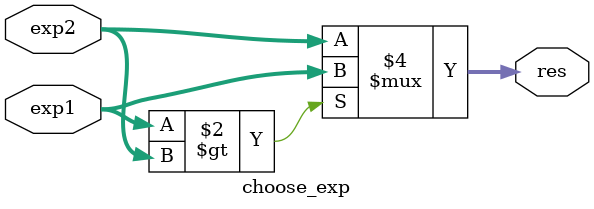
<source format=v>
`timescale 1ns / 1ps

module choose_exp(
    input [7:0] exp1,
    input [7:0] exp2,
    output reg [7:0] res
    );
    
    always @* begin
        if (exp1 > exp2)
            res <= exp1;
        else
            res <= exp2;
    end
endmodule

</source>
